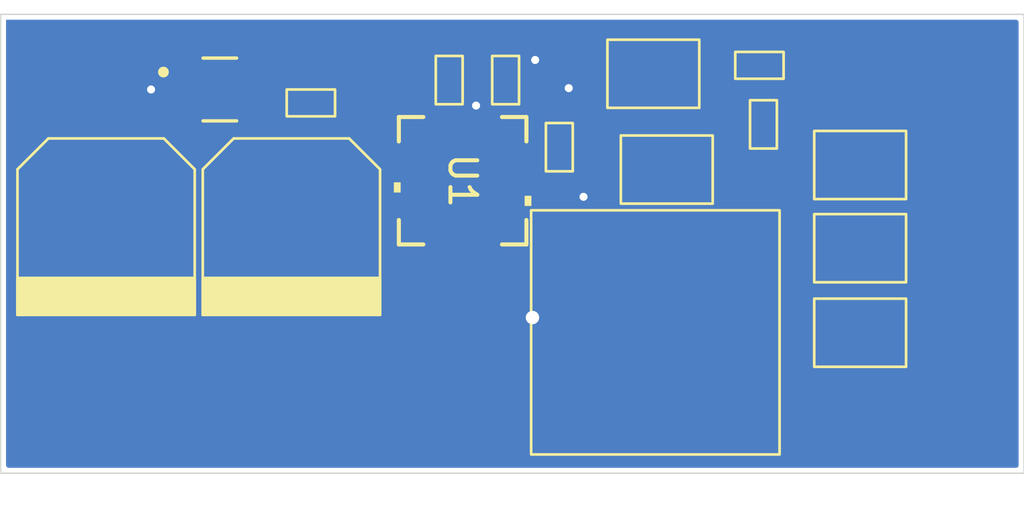
<source format=kicad_pcb>
(kicad_pcb (version 20240108) (generator "pcbnew") (generator_version "8.0")
  (layers (0 "F.Cu" signal) (31 "B.Cu" signal) (34 "B.Paste" user) (35 "F.Paste" user) (36 "B.SilkS" user "B.Silkscreen") (37 "F.SilkS" user "F.Silkscreen") (38 "B.Mask" user) (39 "F.Mask" user) (44 "Edge.Cuts" user))
  (net 0 "")
  (net 1 "+5V")
  (net 2 "GND")
  (net 3 "+12V")
  (net 4 "VIN")
  (net 5 "LX")
  (net 6 "Net-(U1-BST)")
  (net 7 "Net-(U1-SS)")
  (net 8 "Net-(U1-TON)")
  (net 9 "EN")
  (net 10 "FB")
  (net 11 "Net-(U1-PGOOD)")
  (footprint "FW 16 Components:0603" (layer "F.Cu") (at 61.4 20.8 -90)
    (property "Reference" "R7" (hide yes))
    (property "Value" "10k" (hide yes))
    (fp_rect (start -0.85 -0.5) (end 0.95 0.5) (stroke (width 0.1)) (fill none) (layer "F.SilkS"))
    (pad "1" smd roundrect (at -0.65 0 270) (size 0.8 1.1) (layers "F.Cu" "F.Paste" "F.Mask") (net 2 "GND"))
    (pad "2" smd roundrect (at 0.75 0 270) (size 0.8 1.1) (layers "F.Cu" "F.Paste" "F.Mask") (net 9 "EN"))
  )
  (footprint "FW 16 Components:0603" (layer "F.Cu") (at 63.4 23.3 -90)
    (property "Reference" "R11" (hide yes))
    (property "Value" "10k" (hide yes))
    (fp_rect (start -0.85 -0.5) (end 0.95 0.5) (stroke (width 0.1)) (fill none) (layer "F.SilkS"))
    (pad "1" smd roundrect (at -0.65 0 270) (size 0.8 1.1) (layers "F.Cu" "F.Paste" "F.Mask") (net 11 "Net-(U1-PGOOD)"))
    (pad "2" smd roundrect (at 0.75 0 270) (size 0.8 1.1) (layers "F.Cu" "F.Paste" "F.Mask") (net 1 "+5V"))
  )
  (footprint "FW 16 Components:0603" (layer "F.Cu") (at 71 22.55 90)
    (property "Reference" "R10" (hide yes))
    (property "Value" "10k" (hide yes))
    (fp_rect (start -0.85 -0.5) (end 0.95 0.5) (stroke (width 0.1)) (fill none) (layer "F.SilkS"))
    (pad "1" smd roundrect (at -0.65 0 90) (size 0.8 1.1) (layers "F.Cu" "F.Paste" "F.Mask") (net 2 "GND"))
    (pad "2" smd roundrect (at 0.75 0 90) (size 0.8 1.1) (layers "F.Cu" "F.Paste" "F.Mask") (net 10 "FB"))
  )
  (footprint "FW 16 Components:5v Regulator" (layer "F.Cu") (at 50.76 21.2)
    (property "Reference" "U3" (hide yes))
    (property "Value" "5v_Regulator" (hide yes))
    (fp_line (start -0.625 -1.17) (end 0.625 -1.17) (stroke (width 0.127)) (layer "F.SilkS"))
    (fp_line (start 0.625 1.17) (end -0.625 1.17) (stroke (width 0.127)) (layer "F.SilkS"))
    (fp_circle (center -2.1 -0.65) (end -2 -0.65) (stroke (width 0.2)) (fill none) (layer "F.SilkS"))
    (pad "1" smd roundrect (at -0.96 -0.65) (size 1.19 0.4) (layers "F.Cu" "F.Paste" "F.Mask") (roundrect_rratio 0.125))
    (pad "2" smd roundrect (at -0.96 0) (size 1.19 0.4) (layers "F.Cu" "F.Paste" "F.Mask") (roundrect_rratio 0.125) (net 2 "GND"))
    (pad "3" smd roundrect (at -0.96 0.65) (size 1.19 0.4) (layers "F.Cu" "F.Paste" "F.Mask") (roundrect_rratio 0.125))
    (pad "4" smd roundrect (at 0.96 0.65) (size 1.19 0.4) (layers "F.Cu" "F.Paste" "F.Mask") (roundrect_rratio 0.125) (net 4 "VIN"))
    (pad "5" smd roundrect (at 0.96 -0.65) (size 1.19 0.4) (layers "F.Cu" "F.Paste" "F.Mask") (roundrect_rratio 0.125) (net 1 "+5V"))
  )
  (footprint "FW 16 Components:22uf 25V" (layer "F.Cu") (at 49.975 26.125 90)
    (property "Reference" "C1" (hide yes))
    (property "Value" "22uf" (hide yes))
    (fp_line (start 1.95 -6.75) (end -3.475 -6.75) (stroke (width 0.1)) (layer "F.SilkS"))
    (fp_line (start 1.95 -6.75) (end 3.1 -5.6) (stroke (width 0.1)) (layer "F.SilkS"))
    (fp_line (start 3.1 -5.6) (end 3.1 -1.3) (stroke (width 0.1)) (layer "F.SilkS"))
    (fp_line (start 1.95 -0.15) (end 3.1 -1.3) (stroke (width 0.1)) (layer "F.SilkS"))
    (fp_line (start 1.95 -0.15) (end -3.475 -0.15) (stroke (width 0.1)) (layer "F.SilkS"))
    (fp_line (start -3.475 -0.15) (end -3.475 -6.75) (stroke (width 0.1)) (layer "F.SilkS"))
    (fp_rect (start -3.475 -6.75) (end -2.1 -0.15) (stroke (width 0.1)) (fill solid) (layer "F.SilkS"))
    (pad "1" smd roundrect (at -2.45 -3.45 180) (size 1 2.56) (layers "F.Cu" "F.Paste" "F.Mask") (net 2 "GND"))
    (pad "2" smd roundrect (at 2.1 -3.45 180) (size 1 2.56) (layers "F.Cu" "F.Paste" "F.Mask") (net 4 "VIN"))
  )
  (footprint "FW 16 Components:22uf 25V" (layer "F.Cu") (at 56.875 26.125 90)
    (property "Reference" "C7" (hide yes))
    (property "Value" "22uf" (hide yes))
    (fp_line (start 1.95 -6.75) (end -3.475 -6.75) (stroke (width 0.1)) (layer "F.SilkS"))
    (fp_line (start 1.95 -6.75) (end 3.1 -5.6) (stroke (width 0.1)) (layer "F.SilkS"))
    (fp_line (start 3.1 -5.6) (end 3.1 -1.3) (stroke (width 0.1)) (layer "F.SilkS"))
    (fp_line (start 1.95 -0.15) (end 3.1 -1.3) (stroke (width 0.1)) (layer "F.SilkS"))
    (fp_line (start 1.95 -0.15) (end -3.475 -0.15) (stroke (width 0.1)) (layer "F.SilkS"))
    (fp_line (start -3.475 -0.15) (end -3.475 -6.75) (stroke (width 0.1)) (layer "F.SilkS"))
    (fp_rect (start -3.475 -6.75) (end -2.1 -0.15) (stroke (width 0.1)) (fill solid) (layer "F.SilkS"))
    (pad "1" smd roundrect (at -2.45 -3.45 180) (size 1 2.56) (layers "F.Cu" "F.Paste" "F.Mask") (net 2 "GND"))
    (pad "2" smd roundrect (at 2.1 -3.45 180) (size 1 2.56) (layers "F.Cu" "F.Paste" "F.Mask") (net 4 "VIN"))
  )
  (footprint "FW 16 Components:1210 capacitor" (layer "F.Cu") (at 67.56 26.685)
    (property "Reference" "C2" (hide yes))
    (property "Value" ".1uf" (hide yes))
    (fp_rect (start -1.87 -3.77) (end 1.55 -1.23) (stroke (width 0.1)) (fill none) (layer "F.SilkS"))
    (pad "1" smd roundrect (at -1.87 -2.5) (size 1.52 2.54) (layers "F.Cu" "F.Paste" "F.Mask") (net 6 "Net-(U1-BST)"))
    (pad "2" smd roundrect (at 1.55 -2.5) (size 1.52 2.54) (layers "F.Cu" "F.Paste" "F.Mask") (net 5 "LX"))
  )
  (footprint "FW 16 Components:3.3uH" (layer "F.Cu") (at 66.8 30.2)
    (property "Reference" "L1" (hide yes))
    (property "Value" "~" (hide yes))
    (fp_rect (start -4.45 -4.4975) (end 4.8 4.6025) (stroke (width 0.1)) (fill none) (layer "F.SilkS"))
    (pad "" smd roundrect (at 3.5 0.05) (size 2 2.9) (layers "F.Cu" "F.Paste" "F.Mask"))
    (pad "1" smd roundrect (at -2.6 3.1025) (size 3 2.5) (layers "F.Cu" "F.Paste" "F.Mask") (net 3 "+12V"))
    (pad "2" smd roundrect (at -2.6 -3.0025) (size 3 2.5) (layers "F.Cu" "F.Paste" "F.Mask") (net 5 "LX"))
  )
  (footprint "FW 16 Components:0603" (layer "F.Cu") (at 70.8 20.3)
    (property "Reference" "R9" (hide yes))
    (property "Value" "140k" (hide yes))
    (fp_rect (start -0.85 -0.5) (end 0.95 0.5) (stroke (width 0.1)) (fill none) (layer "F.SilkS"))
    (pad "1" smd roundrect (at -0.65 0) (size 0.8 1.1) (layers "F.Cu" "F.Paste" "F.Mask") (net 10 "FB"))
    (pad "2" smd roundrect (at 0.75 0) (size 0.8 1.1) (layers "F.Cu" "F.Paste" "F.Mask") (net 3 "+12V"))
  )
  (footprint "FW 16 Components:1210 capacitor" (layer "F.Cu") (at 74.44 24.615 180)
    (property "Reference" "C3" (hide yes))
    (property "Value" "~" (hide yes))
    (fp_rect (start -1.87 -3.77) (end 1.55 -1.23) (stroke (width 0.1)) (fill none) (layer "F.SilkS"))
    (pad "1" smd roundrect (at -1.87 -2.5 180) (size 1.52 2.54) (layers "F.Cu" "F.Paste" "F.Mask") (net 3 "+12V"))
    (pad "2" smd roundrect (at 1.55 -2.5 180) (size 1.52 2.54) (layers "F.Cu" "F.Paste" "F.Mask") (net 2 "GND"))
  )
  (footprint "FW 16 Components:1210 capacitor" (layer "F.Cu") (at 74.44 27.765 180)
    (property "Reference" "C5" (hide yes))
    (property "Value" "~" (hide yes))
    (fp_rect (start -1.87 -3.77) (end 1.55 -1.23) (stroke (width 0.1)) (fill none) (layer "F.SilkS"))
    (pad "1" smd roundrect (at -1.87 -2.5 180) (size 1.52 2.54) (layers "F.Cu" "F.Paste" "F.Mask") (net 3 "+12V"))
    (pad "2" smd roundrect (at 1.55 -2.5 180) (size 1.52 2.54) (layers "F.Cu" "F.Paste" "F.Mask") (net 2 "GND"))
  )
  (footprint "FW 16 Components:BuckBoostIC" (layer "F.Cu") (at 59.8 24.6 -90)
    (property "Reference" "U1" (at 0 0 -90) (layer "F.SilkS"))
    (property "Value" "BuckBoostIC" (hide yes))
    (fp_poly (pts (xy 0.47117 1.71577) (xy 0.62357 1.71577) (xy 0.62357 2.05359) (xy 0.87757 2.05359) (xy 0.87757 1.71577) (xy 1.12395 1.71577) (xy 1.12395 2.05359) (xy 1.37795 2.05359) (xy 1.37795 1.71577) (xy 1.32715 1.71577) (xy 1.32715 -1.38303) (xy 0.47117 -1.38303)) (fill solid) (layer "F.Cu"))
    (fp_poly (pts (xy -1.37795 2.05359) (xy -1.37795 1.71577) (xy -1.31699 1.71577) (xy -1.31699 -1.0795) (xy -1.0795 -1.38303) (xy -0.12319 -1.38303) (xy -0.12319 2.05359) (xy -0.37719 2.05359) (xy -0.37719 1.71577) (xy -0.62357 1.71577) (xy -0.62357 2.05359) (xy -0.87757 2.05359) (xy -0.87757 1.71577) (xy -1.12395 1.71577) (xy -1.12395 2.05359)) (fill solid) (layer "F.Cu"))
    (fp_line (start -2.3749 2.3749) (end -1.464413 2.3749) (stroke (width 0.1524)) (layer "F.SilkS"))
    (fp_line (start 1.464413 2.3749) (end 2.3749 2.3749) (stroke (width 0.1524)) (layer "F.SilkS"))
    (fp_line (start 2.3749 2.3749) (end 2.3749 1.46445) (stroke (width 0.1524)) (layer "F.SilkS"))
    (fp_line (start -2.3749 1.46445) (end -2.3749 2.3749) (stroke (width 0.1524)) (layer "F.SilkS"))
    (fp_line (start 2.3749 -1.46445) (end 2.3749 -2.3749) (stroke (width 0.1524)) (layer "F.SilkS"))
    (fp_line (start -2.3749 -2.3749) (end -2.3749 -1.46445) (stroke (width 0.1524)) (layer "F.SilkS"))
    (fp_line (start -1.464413 -2.3749) (end -2.3749 -2.3749) (stroke (width 0.1524)) (layer "F.SilkS"))
    (fp_line (start 2.3749 -2.3749) (end 1.464413 -2.3749) (stroke (width 0.1524)) (layer "F.SilkS"))
    (fp_poly (pts (xy 0.05969 2.30759) (xy 0.05969 2.56159) (xy 0.44069 2.56159) (xy 0.44069 2.30759)) (fill solid) (layer "F.SilkS"))
    (fp_poly (pts (xy 0.56007 -2.30759) (xy 0.56007 -2.56159) (xy 0.94107 -2.56159) (xy 0.94107 -2.30759)) (fill solid) (layer "F.SilkS"))
    (pad "1" smd rect (at -1.825 -1.25095) (size 0.254 0.4572) (layers "F.Cu" "F.Paste" "F.Mask") (net 11 "Net-(U1-PGOOD)"))
    (pad "2" smd rect (at -1.825 -0.75057) (size 0.254 0.4572) (layers "F.Cu" "F.Paste" "F.Mask") (net 9 "EN"))
    (pad "3" smd rect (at -1.825 -0.25019) (size 0.254 0.4572) (layers "F.Cu" "F.Paste" "F.Mask") (net 2 "GND"))
    (pad "4" smd rect (at -1.825 0.25019) (size 0.254 0.4572) (layers "F.Cu" "F.Paste" "F.Mask") (net 2 "GND"))
    (pad "5" smd rect (at -1.825 0.75057) (size 0.254 0.4572) (layers "F.Cu" "F.Paste" "F.Mask") (net 10 "FB"))
    (pad "6" smd rect (at -1.825 1.25095) (size 0.254 0.4572) (layers "F.Cu" "F.Paste" "F.Mask") (net 8 "Net-(U1-TON)"))
    (pad "7" smd rect (at -1.25095 1.88849 270) (size 0.254 0.3302) (layers "F.Cu" "F.Paste" "F.Mask") (net 4 "VIN"))
    (pad "8" smd rect (at -0.75057 1.88849 270) (size 0.254 0.3302) (layers "F.Cu" "F.Paste" "F.Mask") (net 4 "VIN"))
    (pad "9" smd rect (at -0.25019 1.88849 270) (size 0.254 0.3302) (layers "F.Cu" "F.Paste" "F.Mask") (net 4 "VIN"))
    (pad "10" smd rect (at 0.75057 1.88849 270) (size 0.254 0.3302) (layers "F.Cu" "F.Paste" "F.Mask") (net 5 "LX"))
    (pad "11" smd rect (at 1.25095 1.88849 270) (size 0.254 0.3302) (layers "F.Cu" "F.Paste" "F.Mask") (net 5 "LX"))
    (pad "12" smd rect (at 1.825 1.25095) (size 0.254 0.4572) (layers "F.Cu" "F.Paste" "F.Mask") (net 2 "GND"))
    (pad "13" smd rect (at 1.825 0.75057) (size 0.254 0.4572) (layers "F.Cu" "F.Paste" "F.Mask") (net 2 "GND"))
    (pad "14" smd rect (at 1.825 0.25019) (size 0.254 0.4572) (layers "F.Cu" "F.Paste" "F.Mask") (net 2 "GND"))
    (pad "15" smd rect (at 1.825 -0.25019) (size 0.254 0.4572) (layers "F.Cu" "F.Paste" "F.Mask") (net 2 "GND"))
    (pad "16" smd rect (at 1.825 -0.75057) (size 0.254 0.4572) (layers "F.Cu" "F.Paste" "F.Mask") (net 5 "LX"))
    (pad "17" smd rect (at 1.825 -1.25095) (size 0.254 0.4572) (layers "F.Cu" "F.Paste" "F.Mask") (net 5 "LX"))
    (pad "18" smd rect (at 1.25095 -1.82499 270) (size 0.254 0.4572) (layers "F.Cu" "F.Paste" "F.Mask") (net 5 "LX"))
    (pad "19" smd rect (at 0.75057 -1.82499 270) (size 0.254 0.4572) (layers "F.Cu" "F.Paste" "F.Mask") (net 2 "GND"))
    (pad "20" smd rect (at 0.25019 -1.82499 270) (size 0.254 0.4572) (layers "F.Cu" "F.Paste" "F.Mask") (net 6 "Net-(U1-BST)"))
    (pad "21" smd rect (at -0.25019 -1.82499 270) (size 0.254 0.4572) (layers "F.Cu" "F.Paste" "F.Mask") (net 1 "+5V"))
    (pad "22" smd rect (at -1.25095 -1.82499 270) (size 0.254 0.4572) (layers "F.Cu" "F.Paste" "F.Mask") (net 7 "Net-(U1-SS)"))
  )
  (footprint "FW 16 Components:PAD" (layer "F.Cu") (at 79.35 26.45)
    (property "Reference" "U4" (hide yes))
    (property "Value" "+12V" (hide yes))
    (pad "1" smd roundrect (at -0.05 -2.55) (size 2 2) (layers "F.Cu" "F.Paste" "F.Mask") (net 3 "+12V"))
  )
  (footprint "FW 16 Components:PAD" (layer "F.Cu") (at 44.45 36.45)
    (property "Reference" "U6" (hide yes))
    (property "Value" "GND" (hide yes))
    (pad "1" smd roundrect (at -0.05 -2.55) (size 2 2) (layers "F.Cu" "F.Paste" "F.Mask") (net 2 "GND"))
  )
  (footprint "FW 16 Components:1210 capacitor" (layer "F.Cu") (at 74.44 21.515 180)
    (property "Reference" "C4" (hide yes))
    (property "Value" "~" (hide yes))
    (fp_rect (start -1.87 -3.77) (end 1.55 -1.23) (stroke (width 0.1)) (fill none) (layer "F.SilkS"))
    (pad "1" smd roundrect (at -1.87 -2.5 180) (size 1.52 2.54) (layers "F.Cu" "F.Paste" "F.Mask") (net 3 "+12V"))
    (pad "2" smd roundrect (at 1.55 -2.5 180) (size 1.52 2.54) (layers "F.Cu" "F.Paste" "F.Mask") (net 2 "GND"))
  )
  (footprint "FW 16 Components:PAD" (layer "F.Cu") (at 44.35 23.65)
    (property "Reference" "U5" (hide yes))
    (property "Value" "VIN" (hide yes))
    (pad "1" smd roundrect (at -0.05 -2.55) (size 2 2) (layers "F.Cu" "F.Paste" "F.Mask") (net 4 "VIN"))
  )
  (footprint "FW 16 Components:1210 capacitor" (layer "F.Cu") (at 66.74 18.115 180)
    (property "Reference" "C6" (hide yes))
    (property "Value" ".01uf" (hide yes))
    (fp_rect (start -1.87 -3.77) (end 1.55 -1.23) (stroke (width 0.1)) (fill none) (layer "F.SilkS"))
    (pad "1" smd roundrect (at -1.87 -2.5 180) (size 1.52 2.54) (layers "F.Cu" "F.Paste" "F.Mask") (net 7 "Net-(U1-SS)"))
    (pad "2" smd roundrect (at 1.55 -2.5 180) (size 1.52 2.54) (layers "F.Cu" "F.Paste" "F.Mask") (net 2 "GND"))
  )
  (footprint "FW 16 Components:0603" (layer "F.Cu") (at 54.1 21.7)
    (property "Reference" "R6" (hide yes))
    (property "Value" "200k" (hide yes))
    (fp_rect (start -0.85 -0.5) (end 0.95 0.5) (stroke (width 0.1)) (fill none) (layer "F.SilkS"))
    (pad "1" smd roundrect (at -0.65 0) (size 0.8 1.1) (layers "F.Cu" "F.Paste" "F.Mask") (net 4 "VIN"))
    (pad "2" smd roundrect (at 0.75 0) (size 0.8 1.1) (layers "F.Cu" "F.Paste" "F.Mask") (net 8 "Net-(U1-TON)"))
  )
  (footprint "FW 16 Components:0603" (layer "F.Cu") (at 59.3 20.9 90)
    (property "Reference" "R8" (hide yes))
    (property "Value" "30k" (hide yes))
    (fp_rect (start -0.85 -0.5) (end 0.95 0.5) (stroke (width 0.1)) (fill none) (layer "F.SilkS"))
    (pad "1" smd roundrect (at -0.65 0 90) (size 0.8 1.1) (layers "F.Cu" "F.Paste" "F.Mask") (net 9 "EN"))
    (pad "2" smd roundrect (at 0.75 0 90) (size 0.8 1.1) (layers "F.Cu" "F.Paste" "F.Mask") (net 4 "VIN"))
  )
  (gr_rect (start 43.55 27.7) (end 60.15 29.4) (stroke (width 0.2)) (fill solid) (layer "F.Cu") (net 2))
  (gr_rect (start 62.3 26.1) (end 69.3 27.3) (stroke (width 0.2)) (fill solid) (layer "F.Cu") (net 5))
  (gr_rect (start 75.4 22.85) (end 77.2 34.05) (stroke (width 0.2)) (fill solid) (layer "F.Cu") (net 3))
  (gr_rect (start 43.55 27.7) (end 45.25 34.7) (stroke (width 0.2)) (fill solid) (layer "F.Cu") (net 2))
  (gr_rect (start 72 22.9) (end 73.8 31.7) (stroke (width 0.2)) (fill solid) (layer "F.Cu") (net 2))
  (gr_rect (start 58.5 28.8) (end 73.6 30.5) (stroke (width 0.2)) (fill solid) (layer "F.Cu") (net 2))
  (gr_rect (start 58.5 26.2) (end 60.2 30.2) (stroke (width 0.2)) (fill solid) (layer "F.Cu") (net 2))
  (gr_rect (start 43.5 23.3) (end 61.1 24.9) (stroke (width 0.2)) (fill solid) (layer "F.Cu") (net 4))
  (gr_rect (start 43.5 20.2) (end 45.1 24.9) (stroke (width 0.2)) (fill solid) (layer "F.Cu") (net 4))
  (gr_rect (start 68.5 23.2) (end 69.7 27.6) (stroke (width 0.2)) (fill solid) (layer "F.Cu") (net 5))
  (gr_rect (start 63.1 32.3) (end 77.1 34.1) (stroke (width 0.2)) (fill solid) (layer "F.Cu") (net 3))
  (gr_rect (start 75.4 23) (end 80.2 24.8) (stroke (width 0.2)) (fill solid) (layer "F.Cu") (net 3))
  (gr_rect (start 57.8 25.17117) (end 60.98303 25.8) (stroke (width 0.2)) (fill solid) (layer "F.Cu") (net 5))
  (gr_rect (start 60.5 25.8) (end 65.9 28.4) (stroke (width 0.2)) (fill solid) (layer "F.Cu") (net 5))
  (gr_rect (start 42.9 18.7) (end 80.4 35.2) (stroke (width 0.2)) (fill solid) (layer "B.Cu") (net 2))
  (gr_rect (start 42.6 18.4) (end 80.7 35.5) (stroke (width 0.05)) (fill none) (layer "Edge.Cuts"))
  (segment (start 71.8 22.191938) (end 71.8 21.408062) (width 0.1) (layer "F.Cu") (net 1))
  (segment (start 69.836938 18.795) (end 53.475 18.795) (width 0.1) (layer "F.Cu") (net 1))
  (segment (start 70.8 20.8) (end 70.8 19.758062) (width 0.1) (layer "F.Cu") (net 1))
  (segment (start 71.15 21.15) (end 70.8 20.8) (width 0.1) (layer "F.Cu") (net 1))
  (segment (start 71.8 21.408062) (end 71.541938 21.15) (width 0.1) (layer "F.Cu") (net 1))
  (segment (start 63.4 24.05) (end 63.95 24.05) (width 0.1) (layer "F.Cu") (net 1))
  (segment (start 63.4 24.05) (end 61.9248 24.05) (width 0.1) (layer "F.Cu") (net 1))
  (segment (start 64.05 24.05) (end 63.4 24.05) (width 0.1) (layer "F.Cu") (net 1))
  (segment (start 71.541938 21.15) (end 71.15 21.15) (width 0.1) (layer "F.Cu") (net 1))
  (segment (start 63.4 24.05) (end 63.65 24.05) (width 0.1) (layer "F.Cu") (net 1))
  (segment (start 53.475 18.795) (end 51.72 20.55) (width 0.1) (layer "F.Cu") (net 1))
  (segment (start 70.8 19.758062) (end 69.836938 18.795) (width 0.1) (layer "F.Cu") (net 1))
  (segment (start 63.65 24.05) (end 65.2 22.5) (width 0.1) (layer "F.Cu") (net 1))
  (segment (start 65.2 22.5) (end 71.491938 22.5) (width 0.1) (layer "F.Cu") (net 1))
  (segment (start 61.9248 24.05) (end 61.62499 24.34981) (width 0.1) (layer "F.Cu") (net 1))
  (segment (start 71.491938 22.5) (end 71.8 22.191938) (width 0.1) (layer "F.Cu") (net 1))
  (segment (start 63.75 21.15) (end 63.7 21.2) (width 0.1) (layer "F.Cu") (net 2))
  (segment (start 49.8 21.2) (end 48.2 21.2) (width 0.1) (layer "F.Cu") (net 2))
  (segment (start 64.14943 25.35057) (end 64.3 25.2) (width 0.1) (layer "F.Cu") (net 2))
  (segment (start 60.05019 22.04981) (end 60.05019 22.775) (width 0.1) (layer "F.Cu") (net 2))
  (segment (start 59.54981 22.775) (end 60.05019 22.775) (width 0.1) (layer "F.Cu") (net 2))
  (segment (start 72.075 23.2) (end 72.89 24.015) (width 0.1) (layer "F.Cu") (net 2))
  (segment (start 65.19 20.615) (end 64.285 20.615) (width 0.1) (layer "F.Cu") (net 2))
  (segment (start 62.45 20.15) (end 62.5 20.1) (width 0.1) (layer "F.Cu") (net 2))
  (segment (start 60.3 21.8) (end 60.05019 22.04981) (width 0.1) (layer "F.Cu") (net 2))
  (segment (start 59.55 22.77481) (end 59.54981 22.775) (width 0.1) (layer "F.Cu") (net 2))
  (segment (start 71 23.2) (end 72.075 23.2) (width 0.1) (layer "F.Cu") (net 2))
  (segment (start 60.1 22.72519) (end 60.05019 22.775) (width 0.1) (layer "F.Cu") (net 2))
  (segment (start 48.2 21.2) (end 48.1 21.2) (width 0.1) (layer "F.Cu") (net 2))
  (segment (start 61.4 20.15) (end 62.45 20.15) (width 0.1) (layer "F.Cu") (net 2))
  (segment (start 64.285 20.615) (end 63.75 21.15) (width 0.1) (layer "F.Cu") (net 2))
  (segment (start 67.077376 29.55) (end 63.2 29.55) (width 0.3) (layer "F.Cu") (net 2))
  (segment (start 61.62499 25.35057) (end 64.14943 25.35057) (width 0.1) (layer "F.Cu") (net 2))
  (segment (start 72.055 24.85) (end 72.89 24.015) (width 0.1) (layer "F.Cu") (net 2))
  (via (at 60.3 21.8) (size 0.6) (drill 0.3) (layers "F.Cu" "B.Cu") (net 2))
  (via (at 48.2 21.2) (size 0.6) (drill 0.3) (layers "F.Cu" "B.Cu") (net 2))
  (via (at 64.3 25.2) (size 0.6) (drill 0.3) (layers "F.Cu" "B.Cu") (net 2))
  (via (at 63.75 21.15) (size 0.6) (drill 0.3) (layers "F.Cu" "B.Cu") (net 2))
  (via (at 62.4 29.7) (size 0.8) (drill 0.5) (layers "F.Cu" "B.Cu") (net 2))
  (via (at 62.5 20.1) (size 0.6) (drill 0.3) (layers "F.Cu" "B.Cu") (net 2))
  (segment (start 73.995 21.7) (end 76.31 24.015) (width 0.1) (layer "F.Cu") (net 3))
  (segment (start 72.95 21.7) (end 73.995 21.7) (width 0.1) (layer "F.Cu") (net 3))
  (segment (start 71.55 20.3) (end 72.95 21.7) (width 0.1) (layer "F.Cu") (net 3))
  (segment (start 59.3 20.15) (end 55 20.15) (width 0.1) (layer "F.Cu") (net 4))
  (segment (start 51.72 21.85) (end 53.3 21.85) (width 0.1) (layer "F.Cu") (net 4))
  (segment (start 53.45 24) (end 53.425 24.025) (width 0.1) (layer "F.Cu") (net 4))
  (segment (start 55 20.15) (end 53.45 21.7) (width 0.1) (layer "F.Cu") (net 4))
  (segment (start 53.3 21.85) (end 53.45 21.7) (width 0.1) (layer "F.Cu") (net 4))
  (segment (start 53.45 21.7) (end 53.45 24) (width 0.1) (layer "F.Cu") (net 4))
  (segment (start 64.041938 24.6) (end 64.575 24.6) (width 0.1) (layer "F.Cu") (net 6))
  (segment (start 63.915128 24.72681) (end 64.041938 24.6) (width 0.1) (layer "F.Cu") (net 6))
  (segment (start 61.74837 24.72681) (end 63.915128 24.72681) (width 0.1) (layer "F.Cu") (net 6))
  (segment (start 61.62499 24.85019) (end 61.74837 24.72681) (width 0.1) (layer "F.Cu") (net 6))
  (segment (start 64.575 24.6) (end 65.29 23.885) (width 0.1) (layer "F.Cu") (net 6))
  (segment (start 68.61 20.615) (end 67.225 22) (width 0.1) (layer "F.Cu") (net 7))
  (segment (start 65.106938 22.135) (end 63.892888 23.34905) (width 0.1) (layer "F.Cu") (net 7))
  (segment (start 65.830954 22.135) (end 65.106938 22.135) (width 0.1) (layer "F.Cu") (net 7))
  (segment (start 65.965954 22) (end 65.830954 22.135) (width 0.1) (layer "F.Cu") (net 7))
  (segment (start 67.225 22) (end 65.965954 22) (width 0.1) (layer "F.Cu") (net 7))
  (segment (start 63.892888 23.34905) (end 61.62499 23.34905) (width 0.1) (layer "F.Cu") (net 7))
  (segment (start 54.85 21.7) (end 55 21.85) (width 0.1) (layer "F.Cu") (net 8))
  (segment (start 57.47405 21.7) (end 58.54905 22.775) (width 0.1) (layer "F.Cu") (net 8))
  (segment (start 54.85 21.7) (end 57.47405 21.7) (width 0.1) (layer "F.Cu") (net 8))
  (segment (start 61.4 21.55) (end 60.55057 22.39943) (width 0.1) (layer "F.Cu") (net 9))
  (segment (start 59.6 21.25) (end 61.1 21.25) (width 0.1) (layer "F.Cu") (net 9))
  (segment (start 60.55057 22.39943) (end 60.55057 22.775) (width 0.1) (layer "F.Cu") (net 9))
  (segment (start 59.3 21.55) (end 59.6 21.25) (width 0.1) (layer "F.Cu") (net 9))
  (segment (start 61.1 21.25) (end 61.4 21.55) (width 0.1) (layer "F.Cu") (net 9))
  (segment (start 62.744046 20.9) (end 64.549046 19.095) (width 0.1) (layer "F.Cu") (net 10))
  (segment (start 58.5 21.158062) (end 58.758062 20.9) (width 0.1) (layer "F.Cu") (net 10))
  (segment (start 58.5 21.941938) (end 58.5 21.158062) (width 0.1) (layer "F.Cu") (net 10))
  (segment (start 59.04943 22.491368) (end 58.5 21.941938) (width 0.1) (layer "F.Cu") (net 10))
  (segment (start 70.15 20.95) (end 71 21.8) (width 0.1) (layer "F.Cu") (net 10))
  (segment (start 70.15 20.3) (end 70.15 20.95) (width 0.1) (layer "F.Cu") (net 10))
  (segment (start 58.758062 20.9) (end 62.744046 20.9) (width 0.1) (layer "F.Cu") (net 10))
  (segment (start 59.04943 22.775) (end 59.04943 22.491368) (width 0.1) (layer "F.Cu") (net 10))
  (segment (start 70.15 19.85) (end 70.15 20.3) (width 0.1) (layer "F.Cu") (net 10))
  (segment (start 64.549046 19.095) (end 69.395 19.095) (width 0.1) (layer "F.Cu") (net 10))
  (segment (start 69.395 19.095) (end 70.15 19.85) (width 0.1) (layer "F.Cu") (net 10))
  (segment (start 61.17595 22.65) (end 61.05095 22.775) (width 0.1) (layer "F.Cu") (net 11))
  (segment (start 63.4 22.65) (end 61.17595 22.65) (width 0.1) (layer "F.Cu") (net 11))
)
</source>
